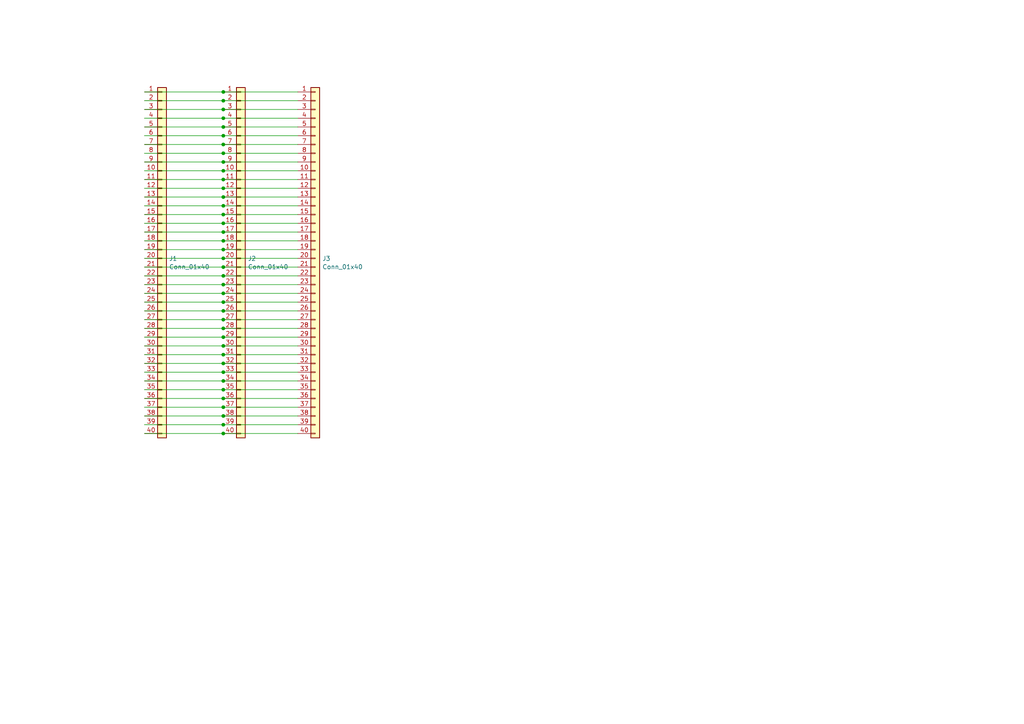
<source format=kicad_sch>
(kicad_sch (version 20231120) (generator "eeschema") (generator_version "8.0")
  (paper "A4")
  (lib_symbols
    (symbol "Connector_Generic:Conn_01x40" (pin_names (offset 1.016) hide)
      (property "Reference" "J" (at 0 50.8 0))
      (property "Value" "Conn_01x40" (at 0 -53.34 0))
      (symbol "Conn_01x40_1_1"
        (rectangle (start -1.27 -50.673) (end 0 -50.927) (stroke (width 0.1524)))
        (rectangle (start -1.27 -48.133) (end 0 -48.387) (stroke (width 0.1524)))
        (rectangle (start -1.27 -45.593) (end 0 -45.847) (stroke (width 0.1524)))
        (rectangle (start -1.27 -43.053) (end 0 -43.307) (stroke (width 0.1524)))
        (rectangle (start -1.27 -40.513) (end 0 -40.767) (stroke (width 0.1524)))
        (rectangle (start -1.27 -37.973) (end 0 -38.227) (stroke (width 0.1524)))
        (rectangle (start -1.27 -35.433) (end 0 -35.687) (stroke (width 0.1524)))
        (rectangle (start -1.27 -32.893) (end 0 -33.147) (stroke (width 0.1524)))
        (rectangle (start -1.27 -30.353) (end 0 -30.607) (stroke (width 0.1524)))
        (rectangle (start -1.27 -27.813) (end 0 -28.067) (stroke (width 0.1524)))
        (rectangle (start -1.27 -25.273) (end 0 -25.527) (stroke (width 0.1524)))
        (rectangle (start -1.27 -22.733) (end 0 -22.987) (stroke (width 0.1524)))
        (rectangle (start -1.27 -20.193) (end 0 -20.447) (stroke (width 0.1524)))
        (rectangle (start -1.27 -17.653) (end 0 -17.907) (stroke (width 0.1524)))
        (rectangle (start -1.27 -15.113) (end 0 -15.367) (stroke (width 0.1524)))
        (rectangle (start -1.27 -12.573) (end 0 -12.827) (stroke (width 0.1524)))
        (rectangle (start -1.27 -10.033) (end 0 -10.287) (stroke (width 0.1524)))
        (rectangle (start -1.27 -7.493) (end 0 -7.747) (stroke (width 0.1524)))
        (rectangle (start -1.27 -4.953) (end 0 -5.207) (stroke (width 0.1524)))
        (rectangle (start -1.27 -2.413) (end 0 -2.667) (stroke (width 0.1524)))
        (rectangle (start -1.27 0.127) (end 0 -0.127) (stroke (width 0.1524)))
        (rectangle (start -1.27 2.667) (end 0 2.413) (stroke (width 0.1524)))
        (rectangle (start -1.27 5.207) (end 0 4.953) (stroke (width 0.1524)))
        (rectangle (start -1.27 7.747) (end 0 7.493) (stroke (width 0.1524)))
        (rectangle (start -1.27 10.287) (end 0 10.033) (stroke (width 0.1524)))
        (rectangle (start -1.27 12.827) (end 0 12.573) (stroke (width 0.1524)))
        (rectangle (start -1.27 15.367) (end 0 15.113) (stroke (width 0.1524)))
        (rectangle (start -1.27 17.907) (end 0 17.653) (stroke (width 0.1524)))
        (rectangle (start -1.27 20.447) (end 0 20.193) (stroke (width 0.1524)))
        (rectangle (start -1.27 22.987) (end 0 22.733) (stroke (width 0.1524)))
        (rectangle (start -1.27 25.527) (end 0 25.273) (stroke (width 0.1524)))
        (rectangle (start -1.27 28.067) (end 0 27.813) (stroke (width 0.1524)))
        (rectangle (start -1.27 30.607) (end 0 30.353) (stroke (width 0.1524)))
        (rectangle (start -1.27 33.147) (end 0 32.893) (stroke (width 0.1524)))
        (rectangle (start -1.27 35.687) (end 0 35.433) (stroke (width 0.1524)))
        (rectangle (start -1.27 38.227) (end 0 37.973) (stroke (width 0.1524)))
        (rectangle (start -1.27 40.767) (end 0 40.513) (stroke (width 0.1524)))
        (rectangle (start -1.27 43.307) (end 0 43.053) (stroke (width 0.1524)))
        (rectangle (start -1.27 45.847) (end 0 45.593) (stroke (width 0.1524)))
        (rectangle (start -1.27 48.387) (end 0 48.133) (stroke (width 0.1524)))
        (rectangle (start -1.27 49.53) (end 1.27 -52.07) (stroke (width 0.254)) (fill (type background)))
        (pin passive line (at -5.08 48.26 0) (length 3.81) (name "Pin_1") (number "1"))
        (pin passive line (at -5.08 25.4 0) (length 3.81) (name "Pin_10") (number "10"))
        (pin passive line (at -5.08 22.86 0) (length 3.81) (name "Pin_11") (number "11"))
        (pin passive line (at -5.08 20.32 0) (length 3.81) (name "Pin_12") (number "12"))
        (pin passive line (at -5.08 17.78 0) (length 3.81) (name "Pin_13") (number "13"))
        (pin passive line (at -5.08 15.24 0) (length 3.81) (name "Pin_14") (number "14"))
        (pin passive line (at -5.08 12.7 0) (length 3.81) (name "Pin_15") (number "15"))
        (pin passive line (at -5.08 10.16 0) (length 3.81) (name "Pin_16") (number "16"))
        (pin passive line (at -5.08 7.62 0) (length 3.81) (name "Pin_17") (number "17"))
        (pin passive line (at -5.08 5.08 0) (length 3.81) (name "Pin_18") (number "18"))
        (pin passive line (at -5.08 2.54 0) (length 3.81) (name "Pin_19") (number "19"))
        (pin passive line (at -5.08 45.72 0) (length 3.81) (name "Pin_2") (number "2"))
        (pin passive line (at -5.08 0 0) (length 3.81) (name "Pin_20") (number "20"))
        (pin passive line (at -5.08 -2.54 0) (length 3.81) (name "Pin_21") (number "21"))
        (pin passive line (at -5.08 -5.08 0) (length 3.81) (name "Pin_22") (number "22"))
        (pin passive line (at -5.08 -7.62 0) (length 3.81) (name "Pin_23") (number "23"))
        (pin passive line (at -5.08 -10.16 0) (length 3.81) (name "Pin_24") (number "24"))
        (pin passive line (at -5.08 -12.7 0) (length 3.81) (name "Pin_25") (number "25"))
        (pin passive line (at -5.08 -15.24 0) (length 3.81) (name "Pin_26") (number "26"))
        (pin passive line (at -5.08 -17.78 0) (length 3.81) (name "Pin_27") (number "27"))
        (pin passive line (at -5.08 -20.32 0) (length 3.81) (name "Pin_28") (number "28"))
        (pin passive line (at -5.08 -22.86 0) (length 3.81) (name "Pin_29") (number "29"))
        (pin passive line (at -5.08 43.18 0) (length 3.81) (name "Pin_3") (number "3"))
        (pin passive line (at -5.08 -25.4 0) (length 3.81) (name "Pin_30") (number "30"))
        (pin passive line (at -5.08 -27.94 0) (length 3.81) (name "Pin_31") (number "31"))
        (pin passive line (at -5.08 -30.48 0) (length 3.81) (name "Pin_32") (number "32"))
        (pin passive line (at -5.08 -33.02 0) (length 3.81) (name "Pin_33") (number "33"))
        (pin passive line (at -5.08 -35.56 0) (length 3.81) (name "Pin_34") (number "34"))
        (pin passive line (at -5.08 -38.1 0) (length 3.81) (name "Pin_35") (number "35"))
        (pin passive line (at -5.08 -40.64 0) (length 3.81) (name "Pin_36") (number "36"))
        (pin passive line (at -5.08 -43.18 0) (length 3.81) (name "Pin_37") (number "37"))
        (pin passive line (at -5.08 -45.72 0) (length 3.81) (name "Pin_38") (number "38"))
        (pin passive line (at -5.08 -48.26 0) (length 3.81) (name "Pin_39") (number "39"))
        (pin passive line (at -5.08 40.64 0) (length 3.81) (name "Pin_4") (number "4"))
        (pin passive line (at -5.08 -50.8 0) (length 3.81) (name "Pin_40") (number "40"))
        (pin passive line (at -5.08 38.1 0) (length 3.81) (name "Pin_5") (number "5"))
        (pin passive line (at -5.08 35.56 0) (length 3.81) (name "Pin_6") (number "6"))
        (pin passive line (at -5.08 33.02 0) (length 3.81) (name "Pin_7") (number "7"))
        (pin passive line (at -5.08 30.48 0) (length 3.81) (name "Pin_8") (number "8"))
        (pin passive line (at -5.08 27.94 0) (length 3.81) (name "Pin_9") (number "9"))
      )
    )
  )
  (junction (at 64.77 92.71))
  (junction (at 64.77 31.75))
  (junction (at 64.77 72.39))
  (junction (at 64.77 26.67))
  (junction (at 64.77 115.57))
  (junction (at 64.77 80.01))
  (junction (at 64.77 102.87))
  (junction (at 64.77 67.31))
  (junction (at 64.77 54.61))
  (junction (at 64.77 85.09))
  (junction (at 64.77 34.29))
  (junction (at 64.77 105.41))
  (junction (at 64.77 95.25))
  (junction (at 64.77 118.11))
  (junction (at 64.77 39.37))
  (junction (at 64.77 107.95))
  (junction (at 64.77 120.65))
  (junction (at 64.77 57.15))
  (junction (at 64.77 52.07))
  (junction (at 64.77 41.91))
  (junction (at 64.77 74.93))
  (junction (at 64.77 90.17))
  (junction (at 64.77 125.73))
  (junction (at 64.77 36.83))
  (junction (at 64.77 77.47))
  (junction (at 64.77 97.79))
  (junction (at 64.77 49.53))
  (junction (at 64.77 113.03))
  (junction (at 64.77 59.69))
  (junction (at 64.77 44.45))
  (junction (at 64.77 100.33))
  (junction (at 64.77 82.55))
  (junction (at 64.77 123.19))
  (junction (at 64.77 64.77))
  (junction (at 64.77 87.63))
  (junction (at 64.77 110.49))
  (junction (at 64.77 69.85))
  (junction (at 64.77 46.99))
  (junction (at 64.77 62.23))
  (junction (at 64.77 29.21))
  (wire (pts (xy 41.91 80.01) (xy 64.77 80.01)))
  (wire (pts (xy 41.91 115.57) (xy 64.77 115.57)))
  (wire (pts (xy 64.77 72.39) (xy 86.36 72.39)))
  (wire (pts (xy 41.91 46.99) (xy 64.77 46.99)))
  (wire (pts (xy 41.91 95.25) (xy 64.77 95.25)))
  (wire (pts (xy 64.77 102.87) (xy 86.36 102.87)))
  (wire (pts (xy 41.91 29.21) (xy 64.77 29.21)))
  (wire (pts (xy 41.91 67.31) (xy 64.77 67.31)))
  (wire (pts (xy 41.91 49.53) (xy 64.77 49.53)))
  (wire (pts (xy 64.77 64.77) (xy 86.36 64.77)))
  (wire (pts (xy 64.77 92.71) (xy 86.36 92.71)))
  (wire (pts (xy 64.77 36.83) (xy 86.36 36.83)))
  (wire (pts (xy 64.77 62.23) (xy 86.36 62.23)))
  (wire (pts (xy 41.91 102.87) (xy 64.77 102.87)))
  (wire (pts (xy 41.91 62.23) (xy 64.77 62.23)))
  (wire (pts (xy 64.77 54.61) (xy 86.36 54.61)))
  (wire (pts (xy 64.77 46.99) (xy 86.36 46.99)))
  (wire (pts (xy 64.77 26.67) (xy 86.36 26.67)))
  (wire (pts (xy 64.77 95.25) (xy 86.36 95.25)))
  (wire (pts (xy 64.77 34.29) (xy 86.36 34.29)))
  (wire (pts (xy 64.77 59.69) (xy 86.36 59.69)))
  (wire (pts (xy 64.77 77.47) (xy 86.36 77.47)))
  (wire (pts (xy 41.91 64.77) (xy 64.77 64.77)))
  (wire (pts (xy 64.77 87.63) (xy 86.36 87.63)))
  (wire (pts (xy 64.77 115.57) (xy 86.36 115.57)))
  (wire (pts (xy 64.77 67.31) (xy 86.36 67.31)))
  (wire (pts (xy 41.91 125.73) (xy 64.77 125.73)))
  (wire (pts (xy 41.91 77.47) (xy 64.77 77.47)))
  (wire (pts (xy 41.91 123.19) (xy 64.77 123.19)))
  (wire (pts (xy 64.77 57.15) (xy 86.36 57.15)))
  (wire (pts (xy 64.77 110.49) (xy 86.36 110.49)))
  (wire (pts (xy 41.91 107.95) (xy 64.77 107.95)))
  (wire (pts (xy 64.77 107.95) (xy 86.36 107.95)))
  (wire (pts (xy 64.77 125.73) (xy 86.36 125.73)))
  (wire (pts (xy 64.77 52.07) (xy 86.36 52.07)))
  (wire (pts (xy 41.91 44.45) (xy 64.77 44.45)))
  (wire (pts (xy 41.91 57.15) (xy 64.77 57.15)))
  (wire (pts (xy 41.91 41.91) (xy 64.77 41.91)))
  (wire (pts (xy 64.77 41.91) (xy 86.36 41.91)))
  (wire (pts (xy 41.91 97.79) (xy 64.77 97.79)))
  (wire (pts (xy 64.77 74.93) (xy 86.36 74.93)))
  (wire (pts (xy 41.91 72.39) (xy 64.77 72.39)))
  (wire (pts (xy 41.91 31.75) (xy 64.77 31.75)))
  (wire (pts (xy 41.91 52.07) (xy 64.77 52.07)))
  (wire (pts (xy 64.77 49.53) (xy 86.36 49.53)))
  (wire (pts (xy 64.77 123.19) (xy 86.36 123.19)))
  (wire (pts (xy 64.77 82.55) (xy 86.36 82.55)))
  (wire (pts (xy 64.77 97.79) (xy 86.36 97.79)))
  (wire (pts (xy 41.91 87.63) (xy 64.77 87.63)))
  (wire (pts (xy 64.77 29.21) (xy 86.36 29.21)))
  (wire (pts (xy 41.91 105.41) (xy 64.77 105.41)))
  (wire (pts (xy 64.77 100.33) (xy 86.36 100.33)))
  (wire (pts (xy 41.91 113.03) (xy 64.77 113.03)))
  (wire (pts (xy 41.91 36.83) (xy 64.77 36.83)))
  (wire (pts (xy 41.91 69.85) (xy 64.77 69.85)))
  (wire (pts (xy 41.91 82.55) (xy 64.77 82.55)))
  (wire (pts (xy 41.91 92.71) (xy 64.77 92.71)))
  (wire (pts (xy 41.91 90.17) (xy 64.77 90.17)))
  (wire (pts (xy 64.77 90.17) (xy 86.36 90.17)))
  (wire (pts (xy 64.77 105.41) (xy 86.36 105.41)))
  (wire (pts (xy 64.77 113.03) (xy 86.36 113.03)))
  (wire (pts (xy 64.77 69.85) (xy 86.36 69.85)))
  (wire (pts (xy 41.91 120.65) (xy 64.77 120.65)))
  (wire (pts (xy 41.91 100.33) (xy 64.77 100.33)))
  (wire (pts (xy 41.91 34.29) (xy 64.77 34.29)))
  (wire (pts (xy 41.91 110.49) (xy 64.77 110.49)))
  (wire (pts (xy 41.91 74.93) (xy 64.77 74.93)))
  (wire (pts (xy 41.91 118.11) (xy 64.77 118.11)))
  (wire (pts (xy 64.77 120.65) (xy 86.36 120.65)))
  (wire (pts (xy 41.91 39.37) (xy 64.77 39.37)))
  (wire (pts (xy 64.77 85.09) (xy 86.36 85.09)))
  (wire (pts (xy 64.77 118.11) (xy 86.36 118.11)))
  (wire (pts (xy 41.91 85.09) (xy 64.77 85.09)))
  (wire (pts (xy 41.91 54.61) (xy 64.77 54.61)))
  (wire (pts (xy 64.77 39.37) (xy 86.36 39.37)))
  (wire (pts (xy 41.91 26.67) (xy 64.77 26.67)))
  (wire (pts (xy 64.77 44.45) (xy 86.36 44.45)))
  (wire (pts (xy 64.77 31.75) (xy 86.36 31.75)))
  (wire (pts (xy 41.91 59.69) (xy 64.77 59.69)))
  (wire (pts (xy 64.77 80.01) (xy 86.36 80.01)))
  (symbol (lib_id "Connector_Generic:Conn_01x40") (at 69.85 74.93 0) (unit 1)
    (property "Reference" "J2" (at 71.882 74.9878 0) (effects (justify left)))
    (property "Value" "Conn_01x40" (at 71.882 77.4121 0) (effects (justify left)))
    (property "Footprint" "Package_DIP:DIP-40_W25.4mm" (effects (hide yes)))
    (property "Description" "Generic connector, single row, 01x40, script generated (kicad-library-utils/schlib/autogen/connector/)" (effects (hide yes)))
  )
  (symbol (lib_id "Connector_Generic:Conn_01x40") (at 46.99 74.93 0) (unit 1)
    (property "Reference" "J1" (at 49.022 74.9878 0) (effects (justify left)))
    (property "Value" "Conn_01x40" (at 49.022 77.4121 0) (effects (justify left)))
    (property "Footprint" "Package_DIP:DIP-40_W25.4mm" (effects (hide yes)))
    (property "Description" "Generic connector, single row, 01x40, script generated (kicad-library-utils/schlib/autogen/connector/)" (effects (hide yes)))
  )
  (symbol (lib_id "Connector_Generic:Conn_01x40") (at 91.44 74.93 0) (unit 1)
    (property "Reference" "J3" (at 93.472 74.9878 0) (effects (justify left)))
    (property "Value" "Conn_01x40" (at 93.472 77.4121 0) (effects (justify left)))
    (property "Footprint" "Connector_IDC:IDC-Header_2x20_P2.54mm_Vertical" (effects (hide yes)))
    (property "Description" "Generic connector, single row, 01x40, script generated (kicad-library-utils/schlib/autogen/connector/)" (effects (hide yes)))
  )
)
</source>
